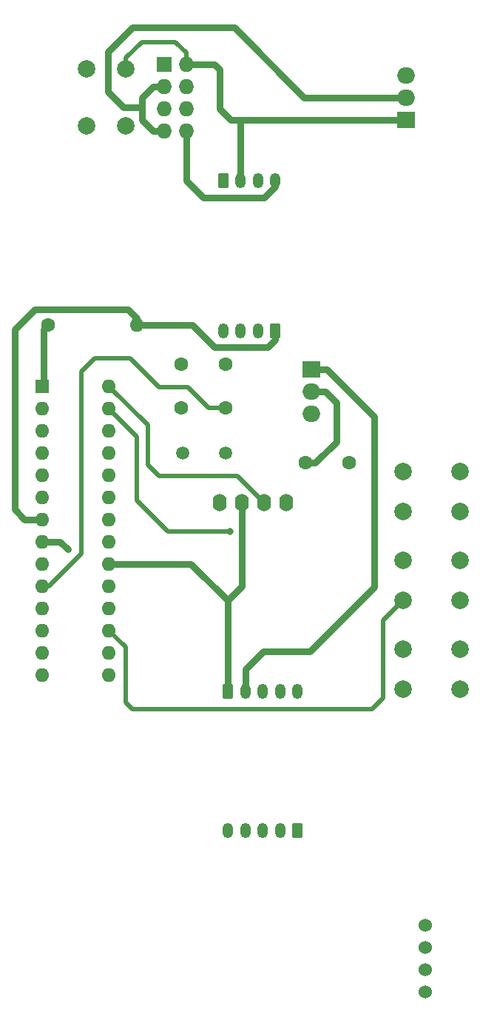
<source format=gbr>
%TF.GenerationSoftware,KiCad,Pcbnew,7.0.10-7.0.10~ubuntu22.04.1*%
%TF.CreationDate,2024-03-21T08:58:37+05:30*%
%TF.ProjectId,Smart Watch,536d6172-7420-4576-9174-63682e6b6963,rev?*%
%TF.SameCoordinates,Original*%
%TF.FileFunction,Copper,L2,Bot*%
%TF.FilePolarity,Positive*%
%FSLAX46Y46*%
G04 Gerber Fmt 4.6, Leading zero omitted, Abs format (unit mm)*
G04 Created by KiCad (PCBNEW 7.0.10-7.0.10~ubuntu22.04.1) date 2024-03-21 08:58:37*
%MOMM*%
%LPD*%
G01*
G04 APERTURE LIST*
G04 Aperture macros list*
%AMRoundRect*
0 Rectangle with rounded corners*
0 $1 Rounding radius*
0 $2 $3 $4 $5 $6 $7 $8 $9 X,Y pos of 4 corners*
0 Add a 4 corners polygon primitive as box body*
4,1,4,$2,$3,$4,$5,$6,$7,$8,$9,$2,$3,0*
0 Add four circle primitives for the rounded corners*
1,1,$1+$1,$2,$3*
1,1,$1+$1,$4,$5*
1,1,$1+$1,$6,$7*
1,1,$1+$1,$8,$9*
0 Add four rect primitives between the rounded corners*
20,1,$1+$1,$2,$3,$4,$5,0*
20,1,$1+$1,$4,$5,$6,$7,0*
20,1,$1+$1,$6,$7,$8,$9,0*
20,1,$1+$1,$8,$9,$2,$3,0*%
G04 Aperture macros list end*
%TA.AperFunction,ComponentPad*%
%ADD10C,2.000000*%
%TD*%
%TA.AperFunction,ComponentPad*%
%ADD11C,1.600000*%
%TD*%
%TA.AperFunction,ComponentPad*%
%ADD12O,1.600000X1.600000*%
%TD*%
%TA.AperFunction,ComponentPad*%
%ADD13O,1.600000X2.000000*%
%TD*%
%TA.AperFunction,ComponentPad*%
%ADD14C,1.500000*%
%TD*%
%TA.AperFunction,ComponentPad*%
%ADD15R,2.000000X1.905000*%
%TD*%
%TA.AperFunction,ComponentPad*%
%ADD16O,2.000000X1.905000*%
%TD*%
%TA.AperFunction,ComponentPad*%
%ADD17R,1.600000X1.600000*%
%TD*%
%TA.AperFunction,ComponentPad*%
%ADD18C,1.524000*%
%TD*%
%TA.AperFunction,ComponentPad*%
%ADD19RoundRect,0.250000X-0.350000X-0.625000X0.350000X-0.625000X0.350000X0.625000X-0.350000X0.625000X0*%
%TD*%
%TA.AperFunction,ComponentPad*%
%ADD20O,1.200000X1.750000*%
%TD*%
%TA.AperFunction,ComponentPad*%
%ADD21RoundRect,0.250000X0.350000X0.625000X-0.350000X0.625000X-0.350000X-0.625000X0.350000X-0.625000X0*%
%TD*%
%TA.AperFunction,ComponentPad*%
%ADD22R,1.727200X1.727200*%
%TD*%
%TA.AperFunction,ComponentPad*%
%ADD23O,1.727200X1.727200*%
%TD*%
%TA.AperFunction,ViaPad*%
%ADD24C,0.800000*%
%TD*%
%TA.AperFunction,Conductor*%
%ADD25C,0.500000*%
%TD*%
%TA.AperFunction,Conductor*%
%ADD26C,0.750000*%
%TD*%
G04 APERTURE END LIST*
D10*
%TO.P,S1,1,PIN1*%
%TO.N,Net-(S1-PIN1)*%
X93340000Y-49605000D03*
X93340000Y-43105000D03*
%TO.P,S1,2,PIN2*%
%TO.N,Earth*%
X97840000Y-49605000D03*
X97840000Y-43105000D03*
%TD*%
%TO.P,S4,1,PIN1*%
%TO.N,+5V*%
X129540000Y-109510000D03*
X136040000Y-109510000D03*
%TO.P,S4,2,PIN2*%
%TO.N,B3*%
X129540000Y-114010000D03*
X136040000Y-114010000D03*
%TD*%
%TO.P,S3,1,PIN1*%
%TO.N,+5V*%
X129540000Y-99350000D03*
X136040000Y-99350000D03*
%TO.P,S3,2,PIN2*%
%TO.N,B2*%
X129540000Y-103850000D03*
X136040000Y-103850000D03*
%TD*%
%TO.P,Se,1,PIN1*%
%TO.N,+5V*%
X129540000Y-89190000D03*
X136040000Y-89190000D03*
%TO.P,Se,2,PIN2*%
%TO.N,B1*%
X129540000Y-93690000D03*
X136040000Y-93690000D03*
%TD*%
D11*
%TO.P,R1,1*%
%TO.N,Net-(U2-~{RESET}{slash}PC6)*%
X88900000Y-72390000D03*
D12*
%TO.P,R1,2*%
%TO.N,+5V*%
X99060000Y-72390000D03*
%TD*%
D13*
%TO.P,Brd1,1,GND*%
%TO.N,Earth*%
X108585000Y-92710000D03*
%TO.P,Brd1,2,VCC*%
%TO.N,+5V*%
X111125000Y-92710000D03*
%TO.P,Brd1,3,SCL*%
%TO.N,SCL*%
X113665000Y-92710000D03*
%TO.P,Brd1,4,SDA*%
%TO.N,SDA*%
X116205000Y-92710000D03*
%TD*%
D11*
%TO.P,C3,1*%
%TO.N,+5V*%
X123364000Y-88138000D03*
%TO.P,C3,2*%
%TO.N,Earth*%
X118364000Y-88138000D03*
%TD*%
D14*
%TO.P,Y1,1,1*%
%TO.N,Net-(U2-XTAL2{slash}PB7)*%
X109220000Y-86995000D03*
%TO.P,Y1,2,2*%
%TO.N,Net-(U2-XTAL1{slash}PB6)*%
X104340000Y-86995000D03*
%TD*%
D15*
%TO.P,U4,1,GND*%
%TO.N,Earth*%
X129880000Y-48895000D03*
D16*
%TO.P,U4,2,VO*%
%TO.N,+3.3V*%
X129880000Y-46355000D03*
%TO.P,U4,3,VI*%
%TO.N,+5V*%
X129880000Y-43815000D03*
%TD*%
D17*
%TO.P,U2,1,~{RESET}/PC6*%
%TO.N,Net-(U2-~{RESET}{slash}PC6)*%
X88265000Y-79375000D03*
D12*
%TO.P,U2,2,PD0*%
%TO.N,unconnected-(U2-PD0-Pad2)*%
X88265000Y-81915000D03*
%TO.P,U2,3,PD1*%
%TO.N,unconnected-(U2-PD1-Pad3)*%
X88265000Y-84455000D03*
%TO.P,U2,4,PD2*%
%TO.N,ardR_espT*%
X88265000Y-86995000D03*
%TO.P,U2,5,PD3*%
%TO.N,ardT_espR*%
X88265000Y-89535000D03*
%TO.P,U2,6,PD4*%
%TO.N,unconnected-(U2-PD4-Pad6)*%
X88265000Y-92075000D03*
%TO.P,U2,7,VCC*%
%TO.N,+5V*%
X88265000Y-94615000D03*
%TO.P,U2,8,GND*%
%TO.N,Earth*%
X88265000Y-97155000D03*
%TO.P,U2,9,XTAL1/PB6*%
%TO.N,Net-(U2-XTAL1{slash}PB6)*%
X88265000Y-99695000D03*
%TO.P,U2,10,XTAL2/PB7*%
%TO.N,Net-(U2-XTAL2{slash}PB7)*%
X88265000Y-102235000D03*
%TO.P,U2,11,PD5*%
%TO.N,unconnected-(U2-PD5-Pad11)*%
X88265000Y-104775000D03*
%TO.P,U2,12,PD6*%
%TO.N,unconnected-(U2-PD6-Pad12)*%
X88265000Y-107315000D03*
%TO.P,U2,13,PD7*%
%TO.N,unconnected-(U2-PD7-Pad13)*%
X88265000Y-109855000D03*
%TO.P,U2,14,PB0*%
%TO.N,unconnected-(U2-PB0-Pad14)*%
X88265000Y-112395000D03*
%TO.P,U2,15,PB1*%
%TO.N,unconnected-(U2-PB1-Pad15)*%
X95885000Y-112395000D03*
%TO.P,U2,16,PB2*%
%TO.N,B1*%
X95885000Y-109855000D03*
%TO.P,U2,17,PB3*%
%TO.N,B2*%
X95885000Y-107315000D03*
%TO.P,U2,18,PB4*%
%TO.N,B3*%
X95885000Y-104775000D03*
%TO.P,U2,19,PB5*%
%TO.N,unconnected-(U2-PB5-Pad19)*%
X95885000Y-102235000D03*
%TO.P,U2,20,AVCC*%
%TO.N,+5V*%
X95885000Y-99695000D03*
%TO.P,U2,21,AREF*%
%TO.N,unconnected-(U2-AREF-Pad21)*%
X95885000Y-97155000D03*
%TO.P,U2,22,GND*%
%TO.N,Earth*%
X95885000Y-94615000D03*
%TO.P,U2,23,PC0*%
%TO.N,unconnected-(U2-PC0-Pad23)*%
X95885000Y-92075000D03*
%TO.P,U2,24,PC1*%
%TO.N,unconnected-(U2-PC1-Pad24)*%
X95885000Y-89535000D03*
%TO.P,U2,25,PC2*%
%TO.N,unconnected-(U2-PC2-Pad25)*%
X95885000Y-86995000D03*
%TO.P,U2,26,PC3*%
%TO.N,unconnected-(U2-PC3-Pad26)*%
X95885000Y-84455000D03*
%TO.P,U2,27,PC4*%
%TO.N,SDA*%
X95885000Y-81915000D03*
%TO.P,U2,28,PC5*%
%TO.N,SCL*%
X95885000Y-79375000D03*
%TD*%
D18*
%TO.P,RTC1,1,GND*%
%TO.N,Earth*%
X132072500Y-141057500D03*
%TO.P,RTC1,2,VCC*%
%TO.N,+5V*%
X132072500Y-143597500D03*
%TO.P,RTC1,3,SDA*%
%TO.N,SDA*%
X132072500Y-146137500D03*
%TO.P,RTC1,4,SCL*%
%TO.N,SCL*%
X132072500Y-148677500D03*
%TD*%
D19*
%TO.P,J2,1,Pin_1*%
%TO.N,+5V*%
X109475000Y-114300000D03*
D20*
%TO.P,J2,2,Pin_2*%
%TO.N,VCC*%
X111475000Y-114300000D03*
%TO.P,J2,3,Pin_3*%
%TO.N,Earth*%
X113475000Y-114300000D03*
%TO.P,J2,4,Pin_4*%
%TO.N,SDA*%
X115475000Y-114300000D03*
%TO.P,J2,5,Pin_5*%
%TO.N,SCL*%
X117475000Y-114300000D03*
%TD*%
D21*
%TO.P,J3,1,Pin_1*%
%TO.N,+5V*%
X114935000Y-73025000D03*
D20*
%TO.P,J3,2,Pin_2*%
%TO.N,Earth*%
X112935000Y-73025000D03*
%TO.P,J3,3,Pin_3*%
%TO.N,ardR_espT*%
X110935000Y-73025000D03*
%TO.P,J3,4,Pin_4*%
%TO.N,ardT_espR*%
X108935000Y-73025000D03*
%TD*%
D21*
%TO.P,J1,1,Pin_1*%
%TO.N,+5V*%
X117475000Y-130175000D03*
D20*
%TO.P,J1,2,Pin_2*%
%TO.N,VCC*%
X115475000Y-130175000D03*
%TO.P,J1,3,Pin_3*%
%TO.N,Earth*%
X113475000Y-130175000D03*
%TO.P,J1,4,Pin_4*%
%TO.N,SDA*%
X111475000Y-130175000D03*
%TO.P,J1,5,Pin_5*%
%TO.N,SCL*%
X109475000Y-130175000D03*
%TD*%
D15*
%TO.P,U1,1,VI*%
%TO.N,VCC*%
X119040000Y-77470000D03*
D16*
%TO.P,U1,2,GND*%
%TO.N,Earth*%
X119040000Y-80010000D03*
%TO.P,U1,3,VO*%
%TO.N,+5V*%
X119040000Y-82550000D03*
%TD*%
D22*
%TO.P,U3,1,UTXD*%
%TO.N,ardR_espT*%
X102194000Y-42545000D03*
D23*
%TO.P,U3,2,GND*%
%TO.N,Earth*%
X104734000Y-42545000D03*
%TO.P,U3,3,CH_PD*%
%TO.N,+3.3V*%
X102194000Y-45085000D03*
%TO.P,U3,4,GPIO2*%
%TO.N,unconnected-(U3-GPIO2-Pad4)*%
X104734000Y-45085000D03*
%TO.P,U3,5,RST*%
%TO.N,Net-(S1-PIN1)*%
X102194000Y-47625000D03*
%TO.P,U3,6,GPIO0*%
%TO.N,unconnected-(U3-GPIO0-Pad6)*%
X104734000Y-47625000D03*
%TO.P,U3,7,VCC*%
%TO.N,+3.3V*%
X102194000Y-50165000D03*
%TO.P,U3,8,URXD*%
%TO.N,ardT_espR*%
X104734000Y-50165000D03*
%TD*%
D19*
%TO.P,J4,1,Pin_1*%
%TO.N,+5V*%
X108935000Y-55880000D03*
D20*
%TO.P,J4,2,Pin_2*%
%TO.N,Earth*%
X110935000Y-55880000D03*
%TO.P,J4,3,Pin_3*%
%TO.N,ardR_espT*%
X112935000Y-55880000D03*
%TO.P,J4,4,Pin_4*%
%TO.N,ardT_espR*%
X114935000Y-55880000D03*
%TD*%
D11*
%TO.P,C2,1*%
%TO.N,Net-(U2-XTAL2{slash}PB7)*%
X109220000Y-81875000D03*
%TO.P,C2,2*%
%TO.N,Earth*%
X109220000Y-76875000D03*
%TD*%
%TO.P,C1,1*%
%TO.N,Net-(U2-XTAL1{slash}PB6)*%
X104140000Y-81875000D03*
%TO.P,C1,2*%
%TO.N,Earth*%
X104140000Y-76875000D03*
%TD*%
D24*
%TO.N,SDA*%
X109728000Y-96012000D03*
%TO.N,Earth*%
X91186000Y-98044000D03*
%TD*%
D25*
%TO.N,SDA*%
X95885000Y-81915000D02*
X95885000Y-81977767D01*
X99060000Y-92456000D02*
X102616000Y-96012000D01*
X102616000Y-96012000D02*
X109728000Y-96012000D01*
X99060000Y-85152767D02*
X99060000Y-92456000D01*
X95885000Y-81977767D02*
X99060000Y-85152767D01*
%TO.N,SCL*%
X95885000Y-79375000D02*
X100330000Y-83820000D01*
X110617000Y-89662000D02*
X113665000Y-92710000D01*
X100330000Y-88392000D02*
X101600000Y-89662000D01*
X100330000Y-83820000D02*
X100330000Y-88392000D01*
X101600000Y-89662000D02*
X110617000Y-89662000D01*
D26*
%TO.N,Earth*%
X88265000Y-97155000D02*
X90297000Y-97155000D01*
X111125000Y-48895000D02*
X109855000Y-48895000D01*
D25*
X99695000Y-40005000D02*
X103505000Y-40005000D01*
D26*
X121920000Y-85725000D02*
X121920000Y-81280000D01*
X110935000Y-55880000D02*
X110935000Y-49085000D01*
X129880000Y-48895000D02*
X111125000Y-48895000D01*
D25*
X104734000Y-41234000D02*
X104734000Y-42545000D01*
X97840000Y-41860000D02*
X99695000Y-40005000D01*
D26*
X119507000Y-88138000D02*
X121920000Y-85725000D01*
X110935000Y-49085000D02*
X111125000Y-48895000D01*
X109855000Y-48895000D02*
X108585000Y-47625000D01*
X108585000Y-43180000D02*
X107950000Y-42545000D01*
X108585000Y-47625000D02*
X108585000Y-43180000D01*
D25*
X103505000Y-40005000D02*
X104734000Y-41234000D01*
D26*
X107950000Y-42545000D02*
X104734000Y-42545000D01*
X118364000Y-88138000D02*
X119507000Y-88138000D01*
X120650000Y-80010000D02*
X119040000Y-80010000D01*
D25*
X97840000Y-43105000D02*
X97840000Y-41860000D01*
D26*
X121920000Y-81280000D02*
X120650000Y-80010000D01*
X90297000Y-97155000D02*
X91186000Y-98044000D01*
%TO.N,+5V*%
X99060000Y-72390000D02*
X105410000Y-72390000D01*
X111125000Y-102237000D02*
X109475000Y-103887000D01*
X109475000Y-103887000D02*
X109475000Y-114300000D01*
X114046000Y-74930000D02*
X114935000Y-74041000D01*
X85090000Y-72898000D02*
X87376000Y-70612000D01*
X114935000Y-74041000D02*
X114935000Y-73025000D01*
X98044000Y-70612000D02*
X99060000Y-71628000D01*
X105283000Y-99695000D02*
X109475000Y-103887000D01*
X111125000Y-92710000D02*
X111125000Y-102237000D01*
X105410000Y-72390000D02*
X107950000Y-74930000D01*
X88265000Y-94615000D02*
X86233000Y-94615000D01*
X85090000Y-93472000D02*
X85090000Y-72898000D01*
X87376000Y-70612000D02*
X98044000Y-70612000D01*
X86233000Y-94615000D02*
X85090000Y-93472000D01*
X95885000Y-99695000D02*
X105283000Y-99695000D01*
X99060000Y-71628000D02*
X99060000Y-72390000D01*
X107950000Y-74930000D02*
X114046000Y-74930000D01*
D25*
%TO.N,Net-(U2-XTAL2{slash}PB7)*%
X98298000Y-76200000D02*
X94234000Y-76200000D01*
X107275000Y-81875000D02*
X104902000Y-79502000D01*
X92710000Y-77724000D02*
X92710000Y-98552000D01*
X109220000Y-81875000D02*
X107275000Y-81875000D01*
X92710000Y-98552000D02*
X89027000Y-102235000D01*
X94234000Y-76200000D02*
X92710000Y-77724000D01*
X101600000Y-79502000D02*
X98298000Y-76200000D01*
X89027000Y-102235000D02*
X88265000Y-102235000D01*
X104902000Y-79502000D02*
X101600000Y-79502000D01*
D26*
%TO.N,Net-(U2-~{RESET}{slash}PC6)*%
X88392000Y-72898000D02*
X88392000Y-79248000D01*
X88900000Y-72390000D02*
X88392000Y-72898000D01*
X88392000Y-79248000D02*
X88265000Y-79375000D01*
%TO.N,VCC*%
X111475000Y-111791000D02*
X111475000Y-114300000D01*
X119040000Y-77470000D02*
X120790000Y-77470000D01*
X126238000Y-102362000D02*
X118872000Y-109728000D01*
X120790000Y-77470000D02*
X126238000Y-82918000D01*
X113538000Y-109728000D02*
X111475000Y-111791000D01*
X118872000Y-109728000D02*
X113538000Y-109728000D01*
X126238000Y-82918000D02*
X126238000Y-102362000D01*
%TO.N,ardT_espR*%
X106680000Y-57785000D02*
X113665000Y-57785000D01*
X114935000Y-56515000D02*
X114935000Y-55880000D01*
X104734000Y-55839000D02*
X106680000Y-57785000D01*
X104734000Y-50165000D02*
X104734000Y-55839000D01*
X113665000Y-57785000D02*
X114935000Y-56515000D01*
%TO.N,+3.3V*%
X99695000Y-47752000D02*
X99695000Y-48895000D01*
X99441000Y-47498000D02*
X99695000Y-47752000D01*
X95758000Y-45720000D02*
X97536000Y-47498000D01*
X102194000Y-45085000D02*
X100965000Y-45085000D01*
X129880000Y-46355000D02*
X118237000Y-46355000D01*
X99695000Y-46355000D02*
X99695000Y-47752000D01*
X99695000Y-48895000D02*
X100965000Y-50165000D01*
X100965000Y-45085000D02*
X99695000Y-46355000D01*
X97536000Y-47498000D02*
X99441000Y-47498000D01*
X118237000Y-46355000D02*
X110236000Y-38354000D01*
X95758000Y-41147999D02*
X95758000Y-45720000D01*
X110236000Y-38354000D02*
X98551999Y-38354000D01*
X100965000Y-50165000D02*
X102194000Y-50165000D01*
X98551999Y-38354000D02*
X95758000Y-41147999D01*
D25*
%TO.N,B2*%
X125984000Y-116332000D02*
X98552000Y-116332000D01*
X97790000Y-109220000D02*
X95885000Y-107315000D01*
X127254000Y-106136000D02*
X127254000Y-115062000D01*
X97790000Y-115570000D02*
X97790000Y-109220000D01*
X98552000Y-116332000D02*
X97790000Y-115570000D01*
X129540000Y-103850000D02*
X127254000Y-106136000D01*
X127254000Y-115062000D02*
X125984000Y-116332000D01*
%TD*%
M02*

</source>
